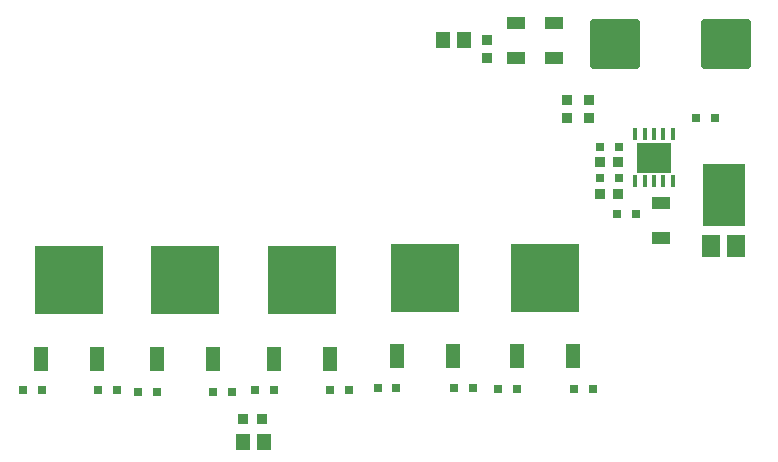
<source format=gbr>
%TF.GenerationSoftware,Altium Limited,Altium Designer,22.5.1 (42)*%
G04 Layer_Color=128*
%FSLAX44Y44*%
%MOMM*%
%TF.SameCoordinates,01627914-4FCA-44A5-8146-F6A238B5A28C*%
%TF.FilePolarity,Positive*%
%TF.FileFunction,Paste,Bot*%
%TF.Part,Single*%
G01*
G75*
%TA.AperFunction,SMDPad,CuDef*%
%ADD10R,1.1600X1.4700*%
%ADD14R,0.8000X0.8000*%
%ADD15R,0.8500X0.8500*%
%ADD18R,0.8500X0.8500*%
%ADD26R,1.6000X1.0000*%
%ADD27R,3.6000X5.3500*%
%ADD28R,1.5000X1.8500*%
%ADD53R,0.4000X1.0000*%
%ADD54R,3.0000X2.6000*%
%ADD55R,1.2000X2.0000*%
%ADD56R,5.8000X5.8500*%
G04:AMPARAMS|DCode=57|XSize=4.2mm|YSize=4.2mm|CornerRadius=0.21mm|HoleSize=0mm|Usage=FLASHONLY|Rotation=180.000|XOffset=0mm|YOffset=0mm|HoleType=Round|Shape=RoundedRectangle|*
%AMROUNDEDRECTD57*
21,1,4.2000,3.7800,0,0,180.0*
21,1,3.7800,4.2000,0,0,180.0*
1,1,0.4200,-1.8900,1.8900*
1,1,0.4200,1.8900,1.8900*
1,1,0.4200,1.8900,-1.8900*
1,1,0.4200,-1.8900,-1.8900*
%
%ADD57ROUNDEDRECTD57*%
D10*
X-107900Y-174000D02*
D03*
X-90100D02*
D03*
X78900Y167000D02*
D03*
X61100D02*
D03*
D14*
X-278000Y-130000D02*
D03*
X-294000D02*
D03*
X-215000D02*
D03*
X-231000D02*
D03*
X-197000Y-131000D02*
D03*
X-181000D02*
D03*
X-117000D02*
D03*
X-133000D02*
D03*
X-98000Y-130000D02*
D03*
X-82000D02*
D03*
X-18000D02*
D03*
X-34000D02*
D03*
X6000Y-128000D02*
D03*
X22000D02*
D03*
X87000D02*
D03*
X71000D02*
D03*
X108000Y-129000D02*
D03*
X124000D02*
D03*
X172000D02*
D03*
X188000D02*
D03*
X210000Y76000D02*
D03*
X194000D02*
D03*
Y50000D02*
D03*
X210000D02*
D03*
X225000Y19000D02*
D03*
X209000D02*
D03*
X275750Y100250D02*
D03*
X291750D02*
D03*
D15*
X185000Y115750D02*
D03*
Y100250D02*
D03*
X166000Y115750D02*
D03*
Y100250D02*
D03*
X99000Y166750D02*
D03*
Y151250D02*
D03*
D18*
X-92250Y-154000D02*
D03*
X-107750D02*
D03*
X209750Y63000D02*
D03*
X194250D02*
D03*
X209750Y36000D02*
D03*
X194250D02*
D03*
D26*
X246000Y29000D02*
D03*
Y-1000D02*
D03*
X123000Y181000D02*
D03*
Y151000D02*
D03*
X155000Y181000D02*
D03*
Y151000D02*
D03*
D27*
X299000Y35000D02*
D03*
D28*
X309500Y-8000D02*
D03*
X288500D02*
D03*
D53*
X256000Y87000D02*
D03*
X248000D02*
D03*
X240000D02*
D03*
X232000D02*
D03*
X224000D02*
D03*
Y47000D02*
D03*
X232000D02*
D03*
X240000D02*
D03*
X248000D02*
D03*
X256000D02*
D03*
D54*
X240000Y67000D02*
D03*
D55*
X-81490Y-103230D02*
D03*
X-33990D02*
D03*
X-133250Y-103125D02*
D03*
X-180750D02*
D03*
X-231250D02*
D03*
X-278750D02*
D03*
X171750Y-101125D02*
D03*
X124250D02*
D03*
X69750Y-101125D02*
D03*
X22250D02*
D03*
D56*
X-57740Y-36980D02*
D03*
X-157000Y-36875D02*
D03*
X-255000D02*
D03*
X148000Y-34875D02*
D03*
X46000Y-34875D02*
D03*
D57*
X207000Y163000D02*
D03*
X301000D02*
D03*
%TF.MD5,b2e41999ddd985928ec823863b7cf4eb*%
M02*

</source>
